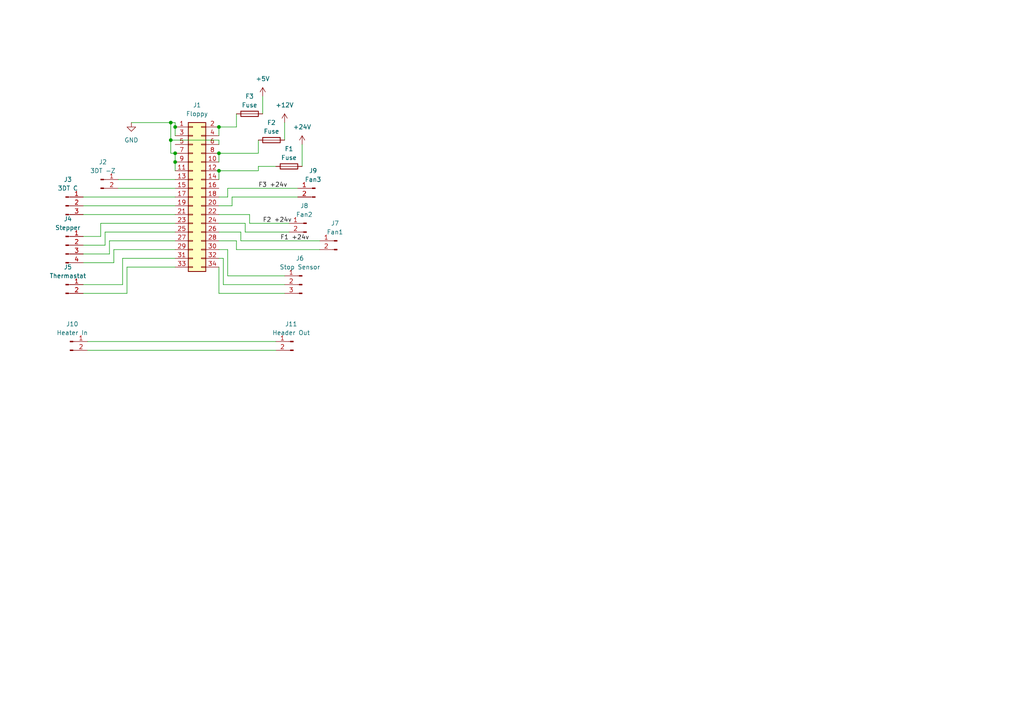
<source format=kicad_sch>
(kicad_sch (version 20230121) (generator eeschema)
  (paper "A4")
  (lib_symbols
    (symbol "Connector:Conn_01x02_Pin" (pin_names (offset 1.016) hide)
      (property "Reference" "J" (at 0 2.54 0))
      (property "Value" "Conn_01x02_Pin" (at 0 -5.08 0))
      (symbol "Conn_01x02_Pin_1_1"
        (polyline (pts (xy 1.27 -2.54) (xy 0.8636 -2.54)) (stroke (width 0.1524)))
        (polyline (pts (xy 1.27 0) (xy 0.8636 0)) (stroke (width 0.1524)))
        (rectangle (start 0.8636 -2.413) (end 0 -2.667) (stroke (width 0.1524)) (fill (type outline)))
        (rectangle (start 0.8636 0.127) (end 0 -0.127) (stroke (width 0.1524)) (fill (type outline)))
        (pin passive line (at 5.08 0 180) (length 3.81) (name "Pin_1") (number "1"))
        (pin passive line (at 5.08 -2.54 180) (length 3.81) (name "Pin_2") (number "2"))
      )
    )
    (symbol "Connector:Conn_01x03_Pin" (pin_names (offset 1.016) hide)
      (property "Reference" "J" (at 0 5.08 0))
      (property "Value" "Conn_01x03_Pin" (at 0 -5.08 0))
      (symbol "Conn_01x03_Pin_1_1"
        (polyline (pts (xy 1.27 -2.54) (xy 0.8636 -2.54)) (stroke (width 0.1524)))
        (polyline (pts (xy 1.27 0) (xy 0.8636 0)) (stroke (width 0.1524)))
        (polyline (pts (xy 1.27 2.54) (xy 0.8636 2.54)) (stroke (width 0.1524)))
        (rectangle (start 0.8636 -2.413) (end 0 -2.667) (stroke (width 0.1524)) (fill (type outline)))
        (rectangle (start 0.8636 0.127) (end 0 -0.127) (stroke (width 0.1524)) (fill (type outline)))
        (rectangle (start 0.8636 2.667) (end 0 2.413) (stroke (width 0.1524)) (fill (type outline)))
        (pin passive line (at 5.08 2.54 180) (length 3.81) (name "Pin_1") (number "1"))
        (pin passive line (at 5.08 0 180) (length 3.81) (name "Pin_2") (number "2"))
        (pin passive line (at 5.08 -2.54 180) (length 3.81) (name "Pin_3") (number "3"))
      )
    )
    (symbol "Connector:Conn_01x04_Pin" (pin_names (offset 1.016) hide)
      (property "Reference" "J" (at 0 5.08 0))
      (property "Value" "Conn_01x04_Pin" (at 0 -7.62 0))
      (symbol "Conn_01x04_Pin_1_1"
        (polyline (pts (xy 1.27 -5.08) (xy 0.8636 -5.08)) (stroke (width 0.1524)))
        (polyline (pts (xy 1.27 -2.54) (xy 0.8636 -2.54)) (stroke (width 0.1524)))
        (polyline (pts (xy 1.27 0) (xy 0.8636 0)) (stroke (width 0.1524)))
        (polyline (pts (xy 1.27 2.54) (xy 0.8636 2.54)) (stroke (width 0.1524)))
        (rectangle (start 0.8636 -4.953) (end 0 -5.207) (stroke (width 0.1524)) (fill (type outline)))
        (rectangle (start 0.8636 -2.413) (end 0 -2.667) (stroke (width 0.1524)) (fill (type outline)))
        (rectangle (start 0.8636 0.127) (end 0 -0.127) (stroke (width 0.1524)) (fill (type outline)))
        (rectangle (start 0.8636 2.667) (end 0 2.413) (stroke (width 0.1524)) (fill (type outline)))
        (pin passive line (at 5.08 2.54 180) (length 3.81) (name "Pin_1") (number "1"))
        (pin passive line (at 5.08 0 180) (length 3.81) (name "Pin_2") (number "2"))
        (pin passive line (at 5.08 -2.54 180) (length 3.81) (name "Pin_3") (number "3"))
        (pin passive line (at 5.08 -5.08 180) (length 3.81) (name "Pin_4") (number "4"))
      )
    )
    (symbol "Connector_Generic:Conn_02x17_Odd_Even" (pin_names (offset 1.016) hide)
      (property "Reference" "J" (at 1.27 22.86 0))
      (property "Value" "Conn_02x17_Odd_Even" (at 1.27 -22.86 0))
      (symbol "Conn_02x17_Odd_Even_1_1"
        (rectangle (start -1.27 -20.193) (end 0 -20.447) (stroke (width 0.1524)))
        (rectangle (start -1.27 -17.653) (end 0 -17.907) (stroke (width 0.1524)))
        (rectangle (start -1.27 -15.113) (end 0 -15.367) (stroke (width 0.1524)))
        (rectangle (start -1.27 -12.573) (end 0 -12.827) (stroke (width 0.1524)))
        (rectangle (start -1.27 -10.033) (end 0 -10.287) (stroke (width 0.1524)))
        (rectangle (start -1.27 -7.493) (end 0 -7.747) (stroke (width 0.1524)))
        (rectangle (start -1.27 -4.953) (end 0 -5.207) (stroke (width 0.1524)))
        (rectangle (start -1.27 -2.413) (end 0 -2.667) (stroke (width 0.1524)))
        (rectangle (start -1.27 0.127) (end 0 -0.127) (stroke (width 0.1524)))
        (rectangle (start -1.27 2.667) (end 0 2.413) (stroke (width 0.1524)))
        (rectangle (start -1.27 5.207) (end 0 4.953) (stroke (width 0.1524)))
        (rectangle (start -1.27 7.747) (end 0 7.493) (stroke (width 0.1524)))
        (rectangle (start -1.27 10.287) (end 0 10.033) (stroke (width 0.1524)))
        (rectangle (start -1.27 12.827) (end 0 12.573) (stroke (width 0.1524)))
        (rectangle (start -1.27 15.367) (end 0 15.113) (stroke (width 0.1524)))
        (rectangle (start -1.27 17.907) (end 0 17.653) (stroke (width 0.1524)))
        (rectangle (start -1.27 20.447) (end 0 20.193) (stroke (width 0.1524)))
        (rectangle (start -1.27 21.59) (end 3.81 -21.59) (stroke (width 0.254)) (fill (type background)))
        (rectangle (start 3.81 -20.193) (end 2.54 -20.447) (stroke (width 0.1524)))
        (rectangle (start 3.81 -17.653) (end 2.54 -17.907) (stroke (width 0.1524)))
        (rectangle (start 3.81 -15.113) (end 2.54 -15.367) (stroke (width 0.1524)))
        (rectangle (start 3.81 -12.573) (end 2.54 -12.827) (stroke (width 0.1524)))
        (rectangle (start 3.81 -10.033) (end 2.54 -10.287) (stroke (width 0.1524)))
        (rectangle (start 3.81 -7.493) (end 2.54 -7.747) (stroke (width 0.1524)))
        (rectangle (start 3.81 -4.953) (end 2.54 -5.207) (stroke (width 0.1524)))
        (rectangle (start 3.81 -2.413) (end 2.54 -2.667) (stroke (width 0.1524)))
        (rectangle (start 3.81 0.127) (end 2.54 -0.127) (stroke (width 0.1524)))
        (rectangle (start 3.81 2.667) (end 2.54 2.413) (stroke (width 0.1524)))
        (rectangle (start 3.81 5.207) (end 2.54 4.953) (stroke (width 0.1524)))
        (rectangle (start 3.81 7.747) (end 2.54 7.493) (stroke (width 0.1524)))
        (rectangle (start 3.81 10.287) (end 2.54 10.033) (stroke (width 0.1524)))
        (rectangle (start 3.81 12.827) (end 2.54 12.573) (stroke (width 0.1524)))
        (rectangle (start 3.81 15.367) (end 2.54 15.113) (stroke (width 0.1524)))
        (rectangle (start 3.81 17.907) (end 2.54 17.653) (stroke (width 0.1524)))
        (rectangle (start 3.81 20.447) (end 2.54 20.193) (stroke (width 0.1524)))
        (pin passive line (at -5.08 20.32 0) (length 3.81) (name "Pin_1") (number "1"))
        (pin passive line (at 7.62 10.16 180) (length 3.81) (name "Pin_10") (number "10"))
        (pin passive line (at -5.08 7.62 0) (length 3.81) (name "Pin_11") (number "11"))
        (pin passive line (at 7.62 7.62 180) (length 3.81) (name "Pin_12") (number "12"))
        (pin passive line (at -5.08 5.08 0) (length 3.81) (name "Pin_13") (number "13"))
        (pin passive line (at 7.62 5.08 180) (length 3.81) (name "Pin_14") (number "14"))
        (pin passive line (at -5.08 2.54 0) (length 3.81) (name "Pin_15") (number "15"))
        (pin passive line (at 7.62 2.54 180) (length 3.81) (name "Pin_16") (number "16"))
        (pin passive line (at -5.08 0 0) (length 3.81) (name "Pin_17") (number "17"))
        (pin passive line (at 7.62 0 180) (length 3.81) (name "Pin_18") (number "18"))
        (pin passive line (at -5.08 -2.54 0) (length 3.81) (name "Pin_19") (number "19"))
        (pin passive line (at 7.62 20.32 180) (length 3.81) (name "Pin_2") (number "2"))
        (pin passive line (at 7.62 -2.54 180) (length 3.81) (name "Pin_20") (number "20"))
        (pin passive line (at -5.08 -5.08 0) (length 3.81) (name "Pin_21") (number "21"))
        (pin passive line (at 7.62 -5.08 180) (length 3.81) (name "Pin_22") (number "22"))
        (pin passive line (at -5.08 -7.62 0) (length 3.81) (name "Pin_23") (number "23"))
        (pin passive line (at 7.62 -7.62 180) (length 3.81) (name "Pin_24") (number "24"))
        (pin passive line (at -5.08 -10.16 0) (length 3.81) (name "Pin_25") (number "25"))
        (pin passive line (at 7.62 -10.16 180) (length 3.81) (name "Pin_26") (number "26"))
        (pin passive line (at -5.08 -12.7 0) (length 3.81) (name "Pin_27") (number "27"))
        (pin passive line (at 7.62 -12.7 180) (length 3.81) (name "Pin_28") (number "28"))
        (pin passive line (at -5.08 -15.24 0) (length 3.81) (name "Pin_29") (number "29"))
        (pin passive line (at -5.08 17.78 0) (length 3.81) (name "Pin_3") (number "3"))
        (pin passive line (at 7.62 -15.24 180) (length 3.81) (name "Pin_30") (number "30"))
        (pin passive line (at -5.08 -17.78 0) (length 3.81) (name "Pin_31") (number "31"))
        (pin passive line (at 7.62 -17.78 180) (length 3.81) (name "Pin_32") (number "32"))
        (pin passive line (at -5.08 -20.32 0) (length 3.81) (name "Pin_33") (number "33"))
        (pin passive line (at 7.62 -20.32 180) (length 3.81) (name "Pin_34") (number "34"))
        (pin passive line (at 7.62 17.78 180) (length 3.81) (name "Pin_4") (number "4"))
        (pin passive line (at -5.08 15.24 0) (length 3.81) (name "Pin_5") (number "5"))
        (pin passive line (at 7.62 15.24 180) (length 3.81) (name "Pin_6") (number "6"))
        (pin passive line (at -5.08 12.7 0) (length 3.81) (name "Pin_7") (number "7"))
        (pin passive line (at 7.62 12.7 180) (length 3.81) (name "Pin_8") (number "8"))
        (pin passive line (at -5.08 10.16 0) (length 3.81) (name "Pin_9") (number "9"))
      )
    )
    (symbol "Device:Fuse" (pin_numbers hide) (pin_names (offset 0))
      (property "Reference" "F" (at 2.032 0 90))
      (property "Value" "Fuse" (at -1.905 0 90))
      (symbol "Fuse_0_1"
        (rectangle (start -0.762 -2.54) (end 0.762 2.54) (stroke (width 0.254)))
        (polyline (pts (xy 0 2.54) (xy 0 -2.54)))
      )
      (symbol "Fuse_1_1"
        (pin passive line (at 0 3.81 270) (length 1.27) (name "~") (number "1"))
        (pin passive line (at 0 -3.81 90) (length 1.27) (name "~") (number "2"))
      )
    )
    (symbol "power:+12V" (power) (pin_names (offset 0))
      (property "Value" "+12V" (at 0 3.556 0))
      (symbol "+12V_0_1"
        (polyline (pts (xy -0.762 1.27) (xy 0 2.54)))
        (polyline (pts (xy 0 0) (xy 0 2.54)))
        (polyline (pts (xy 0 2.54) (xy 0.762 1.27)))
      )
      (symbol "+12V_1_1"
        (pin power_in line (at 0 0 90) (length 0) hide (name "+12V") (number "1"))
      )
    )
    (symbol "power:+24V" (power) (pin_names (offset 0))
      (property "Value" "+24V" (at 0 3.556 0))
      (symbol "+24V_0_1"
        (polyline (pts (xy -0.762 1.27) (xy 0 2.54)))
        (polyline (pts (xy 0 0) (xy 0 2.54)))
        (polyline (pts (xy 0 2.54) (xy 0.762 1.27)))
      )
      (symbol "+24V_1_1"
        (pin power_in line (at 0 0 90) (length 0) hide (name "+24V") (number "1"))
      )
    )
    (symbol "power:+5V" (power) (pin_names (offset 0))
      (property "Value" "+5V" (at 0 3.556 0))
      (symbol "+5V_0_1"
        (polyline (pts (xy -0.762 1.27) (xy 0 2.54)))
        (polyline (pts (xy 0 0) (xy 0 2.54)))
        (polyline (pts (xy 0 2.54) (xy 0.762 1.27)))
      )
      (symbol "+5V_1_1"
        (pin power_in line (at 0 0 90) (length 0) hide (name "+5V") (number "1"))
      )
    )
    (symbol "power:GND" (power) (pin_names (offset 0))
      (property "Value" "GND" (at 0 -3.81 0))
      (symbol "GND_0_1"
        (polyline (pts (xy 0 0) (xy 0 -1.27) (xy 1.27 -1.27) (xy 0 -2.54) (xy -1.27 -1.27) (xy 0 -1.27)))
      )
      (symbol "GND_1_1"
        (pin power_in line (at 0 0 270) (length 0) hide (name "GND") (number "1"))
      )
    )
  )
  (junction (at 50.8 36.83))
  (junction (at 63.5 49.53))
  (junction (at 63.5 36.83))
  (junction (at 49.53 40.64))
  (junction (at 50.8 46.99))
  (junction (at 49.53 35.56))
  (junction (at 63.5 44.45))
  (junction (at 50.8 44.45))
  (wire (pts (xy 35.56 74.93) (xy 35.56 82.55)))
  (wire (pts (xy 63.5 72.39) (xy 66.04 72.39)))
  (wire (pts (xy 24.13 76.2) (xy 33.02 76.2)))
  (wire (pts (xy 74.93 48.26) (xy 74.93 49.53)))
  (wire (pts (xy 67.31 57.15) (xy 67.31 59.69)))
  (wire (pts (xy 68.58 72.39) (xy 68.58 69.85)))
  (wire (pts (xy 80.01 48.26) (xy 74.93 48.26)))
  (wire (pts (xy 34.29 54.61) (xy 50.8 54.61)))
  (wire (pts (xy 68.58 33.02) (xy 68.58 36.83)))
  (wire (pts (xy 72.39 64.77) (xy 72.39 62.23)))
  (wire (pts (xy 86.36 54.61) (xy 66.04 54.61)))
  (wire (pts (xy 63.5 64.77) (xy 71.12 64.77)))
  (wire (pts (xy 82.55 35.56) (xy 82.55 40.64)))
  (wire (pts (xy 69.85 69.85) (xy 69.85 67.31)))
  (wire (pts (xy 63.5 44.45) (xy 74.93 44.45)))
  (wire (pts (xy 82.55 85.09) (xy 63.5 85.09)))
  (wire (pts (xy 50.8 74.93) (xy 35.56 74.93)))
  (wire (pts (xy 66.04 57.15) (xy 63.5 57.15)))
  (wire (pts (xy 82.55 82.55) (xy 64.77 82.55)))
  (wire (pts (xy 71.12 67.31) (xy 71.12 64.77)))
  (wire (pts (xy 50.8 35.56) (xy 50.8 36.83)))
  (wire (pts (xy 49.53 40.64) (xy 63.5 40.64)))
  (wire (pts (xy 67.31 59.69) (xy 63.5 59.69)))
  (wire (pts (xy 50.8 64.77) (xy 29.21 64.77)))
  (wire (pts (xy 49.53 40.64) (xy 49.53 35.56)))
  (wire (pts (xy 24.13 71.12) (xy 30.48 71.12)))
  (wire (pts (xy 63.5 40.64) (xy 63.5 41.91)))
  (wire (pts (xy 68.58 72.39) (xy 92.71 72.39)))
  (wire (pts (xy 49.53 44.45) (xy 49.53 40.64)))
  (wire (pts (xy 33.02 72.39) (xy 33.02 76.2)))
  (wire (pts (xy 50.8 46.99) (xy 50.8 49.53)))
  (wire (pts (xy 49.53 35.56) (xy 50.8 35.56)))
  (wire (pts (xy 74.93 49.53) (xy 63.5 49.53)))
  (wire (pts (xy 50.8 72.39) (xy 33.02 72.39)))
  (wire (pts (xy 64.77 82.55) (xy 64.77 74.93)))
  (wire (pts (xy 82.55 80.01) (xy 66.04 80.01)))
  (wire (pts (xy 86.36 57.15) (xy 67.31 57.15)))
  (wire (pts (xy 24.13 82.55) (xy 35.56 82.55)))
  (wire (pts (xy 30.48 67.31) (xy 30.48 71.12)))
  (wire (pts (xy 63.5 69.85) (xy 68.58 69.85)))
  (wire (pts (xy 50.8 77.47) (xy 36.83 77.47)))
  (wire (pts (xy 50.8 36.83) (xy 50.8 39.37)))
  (wire (pts (xy 66.04 80.01) (xy 66.04 72.39)))
  (wire (pts (xy 31.75 69.85) (xy 50.8 69.85)))
  (wire (pts (xy 24.13 62.23) (xy 50.8 62.23)))
  (wire (pts (xy 63.5 49.53) (xy 63.5 52.07)))
  (wire (pts (xy 24.13 57.15) (xy 50.8 57.15)))
  (wire (pts (xy 24.13 85.09) (xy 36.83 85.09)))
  (wire (pts (xy 63.5 62.23) (xy 72.39 62.23)))
  (wire (pts (xy 24.13 59.69) (xy 50.8 59.69)))
  (wire (pts (xy 29.21 68.58) (xy 24.13 68.58)))
  (wire (pts (xy 31.75 69.85) (xy 31.75 73.66)))
  (wire (pts (xy 83.82 67.31) (xy 71.12 67.31)))
  (wire (pts (xy 50.8 67.31) (xy 30.48 67.31)))
  (wire (pts (xy 63.5 77.47) (xy 63.5 85.09)))
  (wire (pts (xy 34.29 52.07) (xy 50.8 52.07)))
  (wire (pts (xy 74.93 40.64) (xy 74.93 44.45)))
  (wire (pts (xy 92.71 69.85) (xy 69.85 69.85)))
  (wire (pts (xy 24.13 73.66) (xy 31.75 73.66)))
  (wire (pts (xy 50.8 44.45) (xy 50.8 46.99)))
  (wire (pts (xy 63.5 67.31) (xy 69.85 67.31)))
  (wire (pts (xy 25.4 99.06) (xy 80.01 99.06)))
  (wire (pts (xy 63.5 36.83) (xy 68.58 36.83)))
  (wire (pts (xy 83.82 64.77) (xy 72.39 64.77)))
  (wire (pts (xy 64.77 74.93) (xy 63.5 74.93)))
  (wire (pts (xy 76.2 27.94) (xy 76.2 33.02)))
  (wire (pts (xy 66.04 54.61) (xy 66.04 57.15)))
  (wire (pts (xy 63.5 36.83) (xy 63.5 39.37)))
  (wire (pts (xy 87.63 41.91) (xy 87.63 48.26)))
  (wire (pts (xy 50.8 44.45) (xy 49.53 44.45)))
  (wire (pts (xy 29.21 64.77) (xy 29.21 68.58)))
  (wire (pts (xy 38.1 35.56) (xy 49.53 35.56)))
  (wire (pts (xy 25.4 101.6) (xy 80.01 101.6)))
  (wire (pts (xy 36.83 77.47) (xy 36.83 85.09)))
  (wire (pts (xy 63.5 44.45) (xy 63.5 46.99)))
  (label "F2 +24v" (at 76.2 64.77 0))
  (label "F1 +24v" (at 81.28 69.85 0))
  (label "F3 +24v" (at 74.93 54.61 0))
  (symbol (lib_id "Connector:Conn_01x03_Pin") (at 19.05 59.69 0) (unit 1)
    (property "Reference" "J3" (at 19.685 52.07 0))
    (property "Value" "3DT C" (at 19.685 54.61 0))
    (property "Footprint" "Connector_JST:JST_XH_B3B-XH-A_1x03_P2.50mm_Vertical" (effects hide))
  )
  (symbol (lib_id "Connector:Conn_01x02_Pin") (at 19.05 82.55 0) (unit 1)
    (property "Reference" "J5" (at 19.685 77.47 0))
    (property "Value" "Thermastat" (at 19.685 80.01 0))
    (property "Footprint" "Connector_JST:JST_XH_B2B-XH-A_1x02_P2.50mm_Vertical" (effects hide))
  )
  (symbol (lib_id "Device:Fuse") (at 72.39 33.02 90) (unit 1)
    (property "Reference" "F3" (at 72.39 27.94 90))
    (property "Value" "Fuse" (at 72.39 30.48 90))
    (property "Footprint" "TerminalBlock:TerminalBlock_bornier-2_P5.08mm" (effects hide))
  )
  (symbol (lib_id "Connector:Conn_01x02_Pin") (at 91.44 54.61 0) (mirror y) (unit 1)
    (property "Reference" "J9" (at 90.805 49.53 0))
    (property "Value" "Fan3" (at 90.805 52.07 0))
    (property "Footprint" "Connector_JST:JST_XH_B2B-XH-A_1x02_P2.50mm_Vertical" (effects hide))
  )
  (symbol (lib_id "Connector:Conn_01x03_Pin") (at 87.63 82.55 0) (mirror y) (unit 1)
    (property "Reference" "J6" (at 86.995 74.93 0))
    (property "Value" "Stop Sensor" (at 86.995 77.47 0))
    (property "Footprint" "Connector_JST:JST_XH_B3B-XH-A_1x03_P2.50mm_Vertical" (effects hide))
  )
  (symbol (lib_id "Connector:Conn_01x02_Pin") (at 88.9 64.77 0) (mirror y) (unit 1)
    (property "Reference" "J8" (at 88.265 59.69 0))
    (property "Value" "Fan2" (at 88.265 62.23 0))
    (property "Footprint" "Connector_JST:JST_XH_B2B-XH-A_1x02_P2.50mm_Vertical" (effects hide))
  )
  (symbol (lib_id "Connector:Conn_01x02_Pin") (at 20.32 99.06 0) (unit 1)
    (property "Reference" "J10" (at 20.955 93.98 0))
    (property "Value" "Heater In" (at 20.955 96.52 0))
    (property "Footprint" "TerminalBlock:TerminalBlock_bornier-2_P5.08mm" (effects hide))
  )
  (symbol (lib_id "Device:Fuse") (at 78.74 40.64 90) (unit 1)
    (property "Reference" "F2" (at 78.74 35.56 90))
    (property "Value" "Fuse" (at 78.74 38.1 90))
    (property "Footprint" "TerminalBlock:TerminalBlock_bornier-2_P5.08mm" (effects hide))
  )
  (symbol (lib_id "power:+12V") (at 82.55 35.56 0) (unit 1)
    (property "Reference" "#PWR03" (effects hide))
    (property "Value" "+12V" (at 82.55 30.48 0))
  )
  (symbol (lib_id "Connector:Conn_01x02_Pin") (at 97.79 69.85 0) (mirror y) (unit 1)
    (property "Reference" "J7" (at 97.155 64.77 0))
    (property "Value" "Fan1" (at 97.155 67.31 0))
    (property "Footprint" "Connector_JST:JST_XH_B2B-XH-A_1x02_P2.50mm_Vertical" (effects hide))
  )
  (symbol (lib_id "Device:Fuse") (at 83.82 48.26 90) (unit 1)
    (property "Reference" "F1" (at 83.82 43.18 90))
    (property "Value" "Fuse" (at 83.82 45.72 90))
    (property "Footprint" "TerminalBlock:TerminalBlock_bornier-2_P5.08mm" (effects hide))
  )
  (symbol (lib_id "Connector:Conn_01x02_Pin") (at 85.09 99.06 0) (mirror y) (unit 1)
    (property "Reference" "J11" (at 84.455 93.98 0))
    (property "Value" "Header Out" (at 84.455 96.52 0))
    (property "Footprint" "TerminalBlock:TerminalBlock_bornier-2_P5.08mm" (effects hide))
  )
  (symbol (lib_id "power:+24V") (at 87.63 41.91 0) (unit 1)
    (property "Reference" "#PWR02" (effects hide))
    (property "Value" "+24V" (at 87.63 36.83 0))
  )
  (symbol (lib_id "power:+5V") (at 76.2 27.94 0) (unit 1)
    (property "Reference" "#PWR04" (effects hide))
    (property "Value" "+5V" (at 76.2 22.86 0))
  )
  (symbol (lib_id "Connector:Conn_01x04_Pin") (at 19.05 71.12 0) (unit 1)
    (property "Reference" "J4" (at 19.685 63.5 0))
    (property "Value" "Stepper" (at 19.685 66.04 0))
    (property "Footprint" "Connector_JST:JST_XH_B4B-XH-A_1x04_P2.50mm_Vertical" (effects hide))
  )
  (symbol (lib_id "Connector:Conn_01x02_Pin") (at 29.21 52.07 0) (unit 1)
    (property "Reference" "J2" (at 29.845 46.99 0))
    (property "Value" "3DT -Z" (at 29.845 49.53 0))
    (property "Footprint" "Connector_JST:JST_XH_B2B-XH-A_1x02_P2.50mm_Vertical" (effects hide))
  )
  (symbol (lib_id "Connector_Generic:Conn_02x17_Odd_Even") (at 55.88 57.15 0) (unit 1)
    (property "Reference" "J1" (at 57.15 30.48 0))
    (property "Value" "Floppy" (at 57.15 33.02 0))
    (property "Footprint" "Connector_PinHeader_2.54mm:PinHeader_2x17_P2.54mm_Vertical" (effects hide))
  )
  (symbol (lib_id "power:GND") (at 38.1 35.56 0) (unit 1)
    (property "Reference" "#PWR01" (effects hide))
    (property "Value" "GND" (at 38.1 40.64 0))
  )
)
</source>
